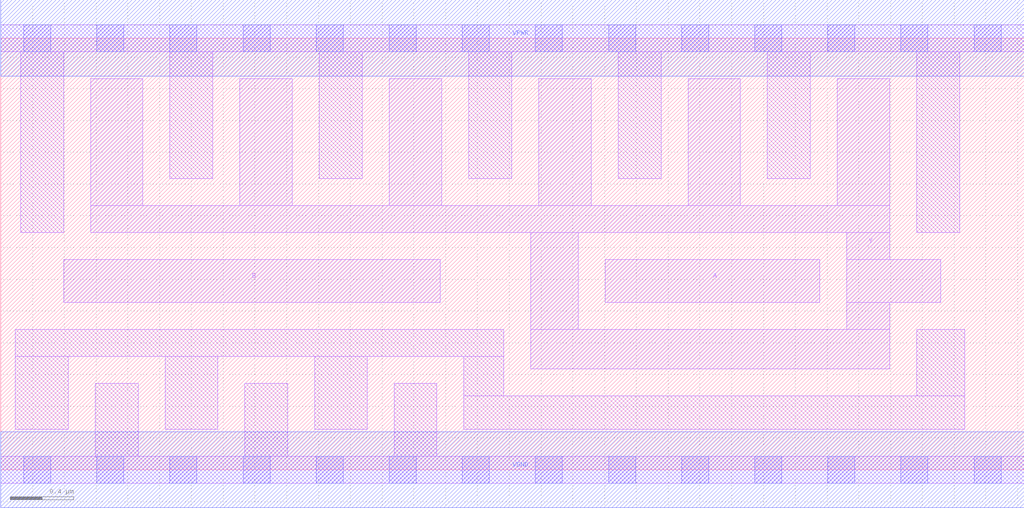
<source format=lef>
# Copyright 2020 The SkyWater PDK Authors
#
# Licensed under the Apache License, Version 2.0 (the "License");
# you may not use this file except in compliance with the License.
# You may obtain a copy of the License at
#
#     https://www.apache.org/licenses/LICENSE-2.0
#
# Unless required by applicable law or agreed to in writing, software
# distributed under the License is distributed on an "AS IS" BASIS,
# WITHOUT WARRANTIES OR CONDITIONS OF ANY KIND, either express or implied.
# See the License for the specific language governing permissions and
# limitations under the License.
#
# SPDX-License-Identifier: Apache-2.0

VERSION 5.7 ;
BUSBITCHARS "[]" ;
DIVIDERCHAR "/" ;
PROPERTYDEFINITIONS
  MACRO maskLayoutSubType STRING ;
  MACRO prCellType STRING ;
  MACRO originalViewName STRING ;
END PROPERTYDEFINITIONS
MACRO sky130_fd_sc_hdll__nand2_6
  ORIGIN  0.000000  0.000000 ;
  CLASS CORE ;
  SYMMETRY X Y R90 ;
  SIZE  6.440000 BY  2.720000 ;
  SITE unithd ;
  PIN A
    ANTENNAGATEAREA  1.665000 ;
    DIRECTION INPUT ;
    USE SIGNAL ;
    PORT
      LAYER li1 ;
        RECT 3.805000 1.055000 5.155000 1.325000 ;
    END
  END A
  PIN B
    ANTENNAGATEAREA  1.665000 ;
    DIRECTION INPUT ;
    USE SIGNAL ;
    PORT
      LAYER li1 ;
        RECT 0.395000 1.055000 2.765000 1.325000 ;
    END
  END B
  PIN Y
    ANTENNADIFFAREA  2.429000 ;
    DIRECTION OUTPUT ;
    USE SIGNAL ;
    PORT
      LAYER li1 ;
        RECT 0.565000 1.495000 5.595000 1.665000 ;
        RECT 0.565000 1.665000 0.895000 2.465000 ;
        RECT 1.505000 1.665000 1.835000 2.465000 ;
        RECT 2.445000 1.665000 2.775000 2.465000 ;
        RECT 3.335000 0.635000 5.595000 0.885000 ;
        RECT 3.335000 0.885000 3.635000 1.495000 ;
        RECT 3.385000 1.665000 3.715000 2.465000 ;
        RECT 4.325000 1.665000 4.655000 2.465000 ;
        RECT 5.265000 1.665000 5.595000 2.465000 ;
        RECT 5.325000 0.885000 5.595000 1.055000 ;
        RECT 5.325000 1.055000 5.915000 1.325000 ;
        RECT 5.325000 1.325000 5.595000 1.495000 ;
    END
  END Y
  PIN VGND
    DIRECTION INOUT ;
    USE GROUND ;
    PORT
      LAYER met1 ;
        RECT 0.000000 -0.240000 6.440000 0.240000 ;
    END
  END VGND
  PIN VPWR
    DIRECTION INOUT ;
    USE POWER ;
    PORT
      LAYER met1 ;
        RECT 0.000000 2.480000 6.440000 2.960000 ;
    END
  END VPWR
  OBS
    LAYER li1 ;
      RECT 0.000000 -0.085000 6.440000 0.085000 ;
      RECT 0.000000  2.635000 6.440000 2.805000 ;
      RECT 0.090000  0.255000 0.425000 0.715000 ;
      RECT 0.090000  0.715000 3.165000 0.885000 ;
      RECT 0.125000  1.495000 0.395000 2.635000 ;
      RECT 0.595000  0.085000 0.865000 0.545000 ;
      RECT 1.035000  0.255000 1.365000 0.715000 ;
      RECT 1.065000  1.835000 1.335000 2.635000 ;
      RECT 1.535000  0.085000 1.805000 0.545000 ;
      RECT 1.975000  0.255000 2.305000 0.715000 ;
      RECT 2.005000  1.835000 2.275000 2.635000 ;
      RECT 2.475000  0.085000 2.745000 0.545000 ;
      RECT 2.915000  0.255000 6.065000 0.465000 ;
      RECT 2.915000  0.465000 3.165000 0.715000 ;
      RECT 2.945000  1.835000 3.215000 2.635000 ;
      RECT 3.885000  1.835000 4.155000 2.635000 ;
      RECT 4.825000  1.835000 5.095000 2.635000 ;
      RECT 5.765000  0.465000 6.065000 0.885000 ;
      RECT 5.765000  1.495000 6.035000 2.635000 ;
    LAYER mcon ;
      RECT 0.145000 -0.085000 0.315000 0.085000 ;
      RECT 0.145000  2.635000 0.315000 2.805000 ;
      RECT 0.605000 -0.085000 0.775000 0.085000 ;
      RECT 0.605000  2.635000 0.775000 2.805000 ;
      RECT 1.065000 -0.085000 1.235000 0.085000 ;
      RECT 1.065000  2.635000 1.235000 2.805000 ;
      RECT 1.525000 -0.085000 1.695000 0.085000 ;
      RECT 1.525000  2.635000 1.695000 2.805000 ;
      RECT 1.985000 -0.085000 2.155000 0.085000 ;
      RECT 1.985000  2.635000 2.155000 2.805000 ;
      RECT 2.445000 -0.085000 2.615000 0.085000 ;
      RECT 2.445000  2.635000 2.615000 2.805000 ;
      RECT 2.905000 -0.085000 3.075000 0.085000 ;
      RECT 2.905000  2.635000 3.075000 2.805000 ;
      RECT 3.365000 -0.085000 3.535000 0.085000 ;
      RECT 3.365000  2.635000 3.535000 2.805000 ;
      RECT 3.825000 -0.085000 3.995000 0.085000 ;
      RECT 3.825000  2.635000 3.995000 2.805000 ;
      RECT 4.285000 -0.085000 4.455000 0.085000 ;
      RECT 4.285000  2.635000 4.455000 2.805000 ;
      RECT 4.745000 -0.085000 4.915000 0.085000 ;
      RECT 4.745000  2.635000 4.915000 2.805000 ;
      RECT 5.205000 -0.085000 5.375000 0.085000 ;
      RECT 5.205000  2.635000 5.375000 2.805000 ;
      RECT 5.665000 -0.085000 5.835000 0.085000 ;
      RECT 5.665000  2.635000 5.835000 2.805000 ;
      RECT 6.125000 -0.085000 6.295000 0.085000 ;
      RECT 6.125000  2.635000 6.295000 2.805000 ;
  END
  PROPERTY maskLayoutSubType "abstract" ;
  PROPERTY prCellType "standard" ;
  PROPERTY originalViewName "layout" ;
END sky130_fd_sc_hdll__nand2_6
END LIBRARY

</source>
